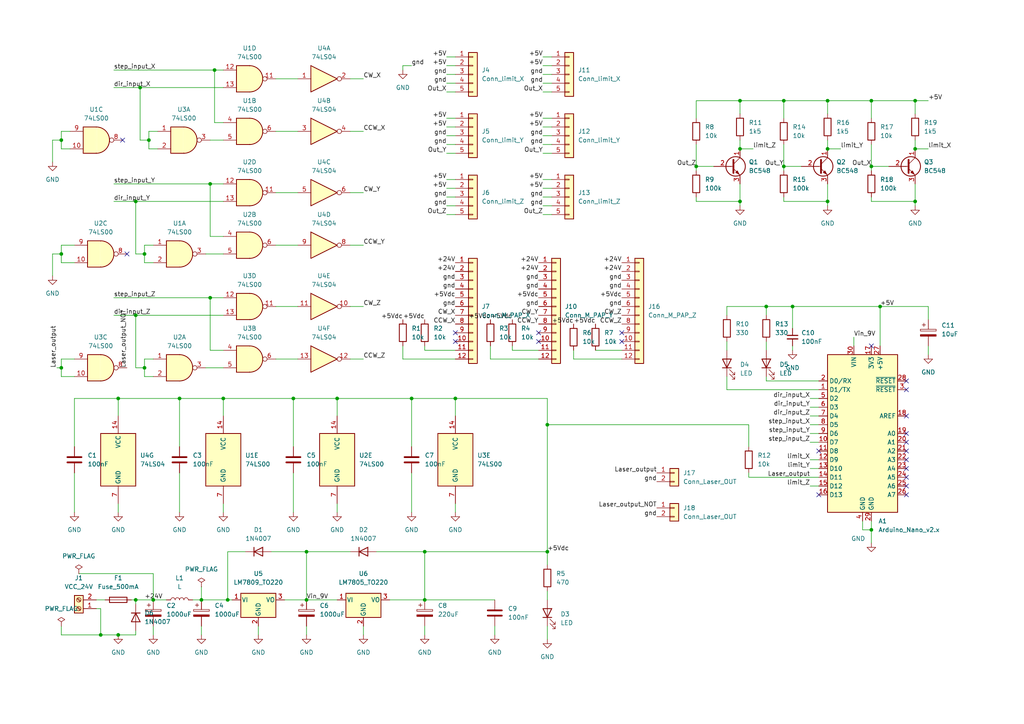
<source format=kicad_sch>
(kicad_sch (version 20211123) (generator eeschema)
  (paper "A4")
  (junction (at 119.38 115.57))
  (junction (at 60.96 53.34))
  (junction (at 88.9 173.99))
  (junction (at 97.79 115.57))
  (junction (at 240.03 58.42))
  (junction (at 62.23 20.32))
  (junction (at 265.43 58.42))
  (junction (at 229.87 88.9))
  (junction (at 265.43 43.18))
  (junction (at 43.18 40.64))
  (junction (at 214.63 29.21))
  (junction (at 17.78 73.66))
  (junction (at 158.75 123.19))
  (junction (at 34.29 184.15))
  (junction (at 265.43 29.21))
  (junction (at 64.77 115.57))
  (junction (at 39.37 58.42))
  (junction (at 29.21 184.15))
  (junction (at 255.27 88.9))
  (junction (at 240.03 29.21))
  (junction (at 41.91 73.66))
  (junction (at 17.78 40.64))
  (junction (at 123.19 160.02))
  (junction (at 17.78 106.68))
  (junction (at 201.93 48.26))
  (junction (at 252.73 48.26))
  (junction (at 52.07 115.57))
  (junction (at 60.96 86.36))
  (junction (at 44.45 173.99))
  (junction (at 41.91 106.68))
  (junction (at 88.9 160.02))
  (junction (at 252.73 29.21))
  (junction (at 58.42 173.99))
  (junction (at 214.63 43.18))
  (junction (at 34.29 115.57))
  (junction (at 132.08 115.57))
  (junction (at 158.75 160.02))
  (junction (at 66.04 173.99))
  (junction (at 214.63 58.42))
  (junction (at 240.03 43.18))
  (junction (at 123.19 173.99))
  (junction (at 85.09 115.57))
  (junction (at 252.73 153.67))
  (junction (at 222.25 88.9))
  (junction (at 227.33 29.21))
  (junction (at 40.64 25.4))
  (junction (at 39.37 173.99))
  (junction (at 227.33 48.26))
  (junction (at 39.37 91.44))
  (no_connect (at 36.83 73.66))
  (no_connect (at 35.56 40.64))
  (no_connect (at 262.89 143.51))
  (no_connect (at 262.89 140.97))
  (no_connect (at 262.89 138.43))
  (no_connect (at 262.89 135.89))
  (no_connect (at 262.89 133.35))
  (no_connect (at 262.89 130.81))
  (no_connect (at 262.89 128.27))
  (no_connect (at 262.89 125.73))
  (no_connect (at 156.21 99.06))
  (no_connect (at 156.21 96.52))
  (no_connect (at 180.34 99.06))
  (no_connect (at 180.34 96.52))
  (no_connect (at 132.08 96.52))
  (no_connect (at 132.08 99.06))
  (no_connect (at 262.89 113.03))
  (no_connect (at 262.89 110.49))
  (no_connect (at 262.89 120.65))
  (no_connect (at 252.73 100.33))
  (no_connect (at 237.49 130.81))
  (no_connect (at 237.49 143.51))
  (wire (pts (xy 227.33 57.15) (xy 227.33 58.42)))
  (wire (pts (xy 58.42 173.99) (xy 66.04 173.99)))
  (wire (pts (xy 123.19 181.61) (xy 123.19 184.15)))
  (wire (pts (xy 80.01 38.1) (xy 86.36 38.1)))
  (wire (pts (xy 60.96 53.34) (xy 60.96 68.58)))
  (wire (pts (xy 250.19 151.13) (xy 250.19 153.67)))
  (wire (pts (xy 222.25 110.49) (xy 237.49 110.49)))
  (wire (pts (xy 39.37 182.88) (xy 39.37 184.15)))
  (wire (pts (xy 222.25 88.9) (xy 210.82 88.9)))
  (wire (pts (xy 157.48 41.91) (xy 160.02 41.91)))
  (wire (pts (xy 132.08 104.14) (xy 116.84 104.14)))
  (wire (pts (xy 129.54 54.61) (xy 132.08 54.61)))
  (wire (pts (xy 59.69 73.66) (xy 64.77 73.66)))
  (wire (pts (xy 85.09 115.57) (xy 85.09 129.54)))
  (wire (pts (xy 20.32 43.18) (xy 17.78 43.18)))
  (wire (pts (xy 214.63 29.21) (xy 201.93 29.21)))
  (wire (pts (xy 132.08 146.05) (xy 132.08 148.59)))
  (wire (pts (xy 234.95 135.89) (xy 237.49 135.89)))
  (wire (pts (xy 252.73 153.67) (xy 252.73 157.48)))
  (wire (pts (xy 158.75 163.83) (xy 158.75 160.02)))
  (wire (pts (xy 29.21 184.15) (xy 34.29 184.15)))
  (wire (pts (xy 34.29 115.57) (xy 34.29 120.65)))
  (wire (pts (xy 17.78 181.61) (xy 17.78 184.15)))
  (wire (pts (xy 55.88 173.99) (xy 58.42 173.99)))
  (wire (pts (xy 214.63 40.64) (xy 214.63 43.18)))
  (wire (pts (xy 201.93 41.91) (xy 201.93 48.26)))
  (wire (pts (xy 227.33 48.26) (xy 232.41 48.26)))
  (wire (pts (xy 64.77 115.57) (xy 64.77 120.65)))
  (wire (pts (xy 265.43 58.42) (xy 265.43 59.69)))
  (wire (pts (xy 214.63 43.18) (xy 218.44 43.18)))
  (wire (pts (xy 252.73 29.21) (xy 252.73 34.29)))
  (wire (pts (xy 64.77 25.4) (xy 40.64 25.4)))
  (wire (pts (xy 39.37 91.44) (xy 39.37 106.68)))
  (wire (pts (xy 85.09 137.16) (xy 85.09 148.59)))
  (wire (pts (xy 58.42 170.18) (xy 58.42 173.99)))
  (wire (pts (xy 129.54 36.83) (xy 132.08 36.83)))
  (wire (pts (xy 157.48 39.37) (xy 160.02 39.37)))
  (wire (pts (xy 41.91 109.22) (xy 41.91 106.68)))
  (wire (pts (xy 85.09 115.57) (xy 97.79 115.57)))
  (wire (pts (xy 265.43 40.64) (xy 265.43 43.18)))
  (wire (pts (xy 229.87 88.9) (xy 222.25 88.9)))
  (wire (pts (xy 97.79 146.05) (xy 97.79 148.59)))
  (wire (pts (xy 43.18 43.18) (xy 43.18 40.64)))
  (wire (pts (xy 17.78 73.66) (xy 17.78 76.2)))
  (wire (pts (xy 43.18 40.64) (xy 43.18 38.1)))
  (wire (pts (xy 157.48 26.67) (xy 160.02 26.67)))
  (wire (pts (xy 129.54 26.67) (xy 132.08 26.67)))
  (wire (pts (xy 21.59 115.57) (xy 34.29 115.57)))
  (wire (pts (xy 252.73 41.91) (xy 252.73 48.26)))
  (wire (pts (xy 240.03 58.42) (xy 240.03 59.69)))
  (wire (pts (xy 157.48 21.59) (xy 160.02 21.59)))
  (wire (pts (xy 44.45 173.99) (xy 48.26 173.99)))
  (wire (pts (xy 101.6 88.9) (xy 105.41 88.9)))
  (wire (pts (xy 247.65 97.79) (xy 247.65 100.33)))
  (wire (pts (xy 39.37 173.99) (xy 39.37 175.26)))
  (wire (pts (xy 129.54 62.23) (xy 132.08 62.23)))
  (wire (pts (xy 201.93 57.15) (xy 201.93 58.42)))
  (wire (pts (xy 74.93 181.61) (xy 74.93 184.15)))
  (wire (pts (xy 64.77 58.42) (xy 39.37 58.42)))
  (wire (pts (xy 250.19 153.67) (xy 252.73 153.67)))
  (wire (pts (xy 234.95 120.65) (xy 237.49 120.65)))
  (wire (pts (xy 129.54 57.15) (xy 132.08 57.15)))
  (wire (pts (xy 157.48 16.51) (xy 160.02 16.51)))
  (wire (pts (xy 132.08 115.57) (xy 132.08 120.65)))
  (wire (pts (xy 252.73 58.42) (xy 265.43 58.42)))
  (wire (pts (xy 101.6 71.12) (xy 105.41 71.12)))
  (wire (pts (xy 129.54 21.59) (xy 132.08 21.59)))
  (wire (pts (xy 172.72 101.6) (xy 180.34 101.6)))
  (wire (pts (xy 240.03 29.21) (xy 227.33 29.21)))
  (wire (pts (xy 15.24 73.66) (xy 17.78 73.66)))
  (wire (pts (xy 217.17 138.43) (xy 237.49 138.43)))
  (wire (pts (xy 234.95 128.27) (xy 237.49 128.27)))
  (wire (pts (xy 17.78 106.68) (xy 17.78 109.22)))
  (wire (pts (xy 227.33 58.42) (xy 240.03 58.42)))
  (wire (pts (xy 60.96 40.64) (xy 64.77 40.64)))
  (wire (pts (xy 217.17 123.19) (xy 158.75 123.19)))
  (wire (pts (xy 88.9 173.99) (xy 97.79 173.99)))
  (wire (pts (xy 222.25 88.9) (xy 222.25 91.44)))
  (wire (pts (xy 269.24 88.9) (xy 255.27 88.9)))
  (wire (pts (xy 142.24 104.14) (xy 156.21 104.14)))
  (wire (pts (xy 180.34 104.14) (xy 166.37 104.14)))
  (wire (pts (xy 222.25 109.22) (xy 222.25 110.49)))
  (wire (pts (xy 129.54 44.45) (xy 132.08 44.45)))
  (wire (pts (xy 129.54 24.13) (xy 132.08 24.13)))
  (wire (pts (xy 129.54 39.37) (xy 132.08 39.37)))
  (wire (pts (xy 148.59 101.6) (xy 156.21 101.6)))
  (wire (pts (xy 41.91 73.66) (xy 41.91 71.12)))
  (wire (pts (xy 201.93 48.26) (xy 207.01 48.26)))
  (wire (pts (xy 269.24 92.71) (xy 269.24 88.9)))
  (wire (pts (xy 158.75 181.61) (xy 158.75 185.42)))
  (wire (pts (xy 252.73 151.13) (xy 252.73 153.67)))
  (wire (pts (xy 44.45 109.22) (xy 41.91 109.22)))
  (wire (pts (xy 116.84 19.05) (xy 116.84 20.32)))
  (wire (pts (xy 123.19 100.33) (xy 123.19 101.6)))
  (wire (pts (xy 39.37 106.68) (xy 41.91 106.68)))
  (wire (pts (xy 222.25 99.06) (xy 222.25 101.6)))
  (wire (pts (xy 21.59 71.12) (xy 17.78 71.12)))
  (wire (pts (xy 17.78 104.14) (xy 21.59 104.14)))
  (wire (pts (xy 64.77 35.56) (xy 62.23 35.56)))
  (wire (pts (xy 214.63 58.42) (xy 214.63 59.69)))
  (wire (pts (xy 41.91 104.14) (xy 41.91 106.68)))
  (wire (pts (xy 210.82 113.03) (xy 210.82 109.22)))
  (wire (pts (xy 27.94 176.53) (xy 29.21 176.53)))
  (wire (pts (xy 129.54 34.29) (xy 132.08 34.29)))
  (wire (pts (xy 80.01 104.14) (xy 86.36 104.14)))
  (wire (pts (xy 252.73 48.26) (xy 252.73 49.53)))
  (wire (pts (xy 129.54 16.51) (xy 132.08 16.51)))
  (wire (pts (xy 64.77 115.57) (xy 85.09 115.57)))
  (wire (pts (xy 66.04 160.02) (xy 66.04 173.99)))
  (wire (pts (xy 166.37 104.14) (xy 166.37 101.6)))
  (wire (pts (xy 252.73 57.15) (xy 252.73 58.42)))
  (wire (pts (xy 252.73 48.26) (xy 257.81 48.26)))
  (wire (pts (xy 62.23 20.32) (xy 64.77 20.32)))
  (wire (pts (xy 17.78 38.1) (xy 20.32 38.1)))
  (wire (pts (xy 157.48 54.61) (xy 160.02 54.61)))
  (wire (pts (xy 210.82 99.06) (xy 210.82 101.6)))
  (wire (pts (xy 16.51 106.68) (xy 17.78 106.68)))
  (wire (pts (xy 113.03 173.99) (xy 123.19 173.99)))
  (wire (pts (xy 116.84 104.14) (xy 116.84 100.33)))
  (wire (pts (xy 143.51 181.61) (xy 143.51 184.15)))
  (wire (pts (xy 227.33 29.21) (xy 227.33 34.29)))
  (wire (pts (xy 15.24 80.01) (xy 15.24 73.66)))
  (wire (pts (xy 52.07 115.57) (xy 52.07 129.54)))
  (wire (pts (xy 265.43 29.21) (xy 252.73 29.21)))
  (wire (pts (xy 44.45 166.37) (xy 44.45 173.99)))
  (wire (pts (xy 157.48 59.69) (xy 160.02 59.69)))
  (wire (pts (xy 97.79 115.57) (xy 97.79 120.65)))
  (wire (pts (xy 101.6 55.88) (xy 105.41 55.88)))
  (wire (pts (xy 58.42 181.61) (xy 58.42 184.15)))
  (wire (pts (xy 21.59 109.22) (xy 17.78 109.22)))
  (wire (pts (xy 64.77 86.36) (xy 60.96 86.36)))
  (wire (pts (xy 158.75 123.19) (xy 158.75 160.02)))
  (wire (pts (xy 15.24 40.64) (xy 17.78 40.64)))
  (wire (pts (xy 39.37 73.66) (xy 41.91 73.66)))
  (wire (pts (xy 227.33 29.21) (xy 214.63 29.21)))
  (wire (pts (xy 45.72 43.18) (xy 43.18 43.18)))
  (wire (pts (xy 34.29 146.05) (xy 34.29 148.59)))
  (wire (pts (xy 80.01 88.9) (xy 86.36 88.9)))
  (wire (pts (xy 101.6 104.14) (xy 105.41 104.14)))
  (wire (pts (xy 217.17 138.43) (xy 217.17 137.16)))
  (wire (pts (xy 33.02 86.36) (xy 60.96 86.36)))
  (wire (pts (xy 132.08 115.57) (xy 158.75 115.57)))
  (wire (pts (xy 234.95 125.73) (xy 237.49 125.73)))
  (wire (pts (xy 142.24 100.33) (xy 142.24 104.14)))
  (wire (pts (xy 105.41 181.61) (xy 105.41 184.15)))
  (wire (pts (xy 17.78 76.2) (xy 21.59 76.2)))
  (wire (pts (xy 123.19 101.6) (xy 132.08 101.6)))
  (wire (pts (xy 201.93 29.21) (xy 201.93 34.29)))
  (wire (pts (xy 119.38 137.16) (xy 119.38 148.59)))
  (wire (pts (xy 255.27 100.33) (xy 255.27 88.9)))
  (wire (pts (xy 64.77 146.05) (xy 64.77 148.59)))
  (wire (pts (xy 265.43 43.18) (xy 269.24 43.18)))
  (wire (pts (xy 33.02 53.34) (xy 60.96 53.34)))
  (wire (pts (xy 17.78 71.12) (xy 17.78 73.66)))
  (wire (pts (xy 210.82 88.9) (xy 210.82 91.44)))
  (wire (pts (xy 60.96 68.58) (xy 64.77 68.58)))
  (wire (pts (xy 240.03 43.18) (xy 243.84 43.18)))
  (wire (pts (xy 60.96 101.6) (xy 64.77 101.6)))
  (wire (pts (xy 269.24 100.33) (xy 269.24 102.87)))
  (wire (pts (xy 80.01 22.86) (xy 86.36 22.86)))
  (wire (pts (xy 44.45 104.14) (xy 41.91 104.14)))
  (wire (pts (xy 17.78 184.15) (xy 29.21 184.15)))
  (wire (pts (xy 158.75 115.57) (xy 158.75 123.19)))
  (wire (pts (xy 157.48 34.29) (xy 160.02 34.29)))
  (wire (pts (xy 33.02 91.44) (xy 39.37 91.44)))
  (wire (pts (xy 237.49 113.03) (xy 210.82 113.03)))
  (wire (pts (xy 39.37 184.15) (xy 34.29 184.15)))
  (wire (pts (xy 240.03 53.34) (xy 240.03 58.42)))
  (wire (pts (xy 255.27 88.9) (xy 229.87 88.9)))
  (wire (pts (xy 44.45 181.61) (xy 44.45 184.15)))
  (wire (pts (xy 22.86 166.37) (xy 44.45 166.37)))
  (wire (pts (xy 66.04 173.99) (xy 67.31 173.99)))
  (wire (pts (xy 214.63 29.21) (xy 214.63 33.02)))
  (wire (pts (xy 17.78 43.18) (xy 17.78 40.64)))
  (wire (pts (xy 265.43 53.34) (xy 265.43 58.42)))
  (wire (pts (xy 29.21 176.53) (xy 29.21 184.15)))
  (wire (pts (xy 64.77 91.44) (xy 39.37 91.44)))
  (wire (pts (xy 129.54 19.05) (xy 132.08 19.05)))
  (wire (pts (xy 119.38 129.54) (xy 119.38 115.57)))
  (wire (pts (xy 234.95 140.97) (xy 237.49 140.97)))
  (wire (pts (xy 123.19 160.02) (xy 123.19 173.99)))
  (wire (pts (xy 201.93 48.26) (xy 201.93 49.53)))
  (wire (pts (xy 33.02 58.42) (xy 39.37 58.42)))
  (wire (pts (xy 52.07 115.57) (xy 64.77 115.57)))
  (wire (pts (xy 80.01 71.12) (xy 86.36 71.12)))
  (wire (pts (xy 97.79 115.57) (xy 119.38 115.57)))
  (wire (pts (xy 129.54 59.69) (xy 132.08 59.69)))
  (wire (pts (xy 40.64 40.64) (xy 43.18 40.64)))
  (wire (pts (xy 39.37 173.99) (xy 44.45 173.99)))
  (wire (pts (xy 88.9 181.61) (xy 88.9 184.15)))
  (wire (pts (xy 17.78 40.64) (xy 17.78 38.1)))
  (wire (pts (xy 129.54 41.91) (xy 132.08 41.91)))
  (wire (pts (xy 201.93 58.42) (xy 214.63 58.42)))
  (wire (pts (xy 129.54 52.07) (xy 132.08 52.07)))
  (wire (pts (xy 52.07 137.16) (xy 52.07 148.59)))
  (wire (pts (xy 265.43 33.02) (xy 265.43 29.21)))
  (wire (pts (xy 158.75 160.02) (xy 123.19 160.02)))
  (wire (pts (xy 41.91 76.2) (xy 41.91 73.66)))
  (wire (pts (xy 34.29 115.57) (xy 52.07 115.57)))
  (wire (pts (xy 157.48 19.05) (xy 160.02 19.05)))
  (wire (pts (xy 109.22 160.02) (xy 123.19 160.02)))
  (wire (pts (xy 157.48 24.13) (xy 160.02 24.13)))
  (wire (pts (xy 101.6 38.1) (xy 105.41 38.1)))
  (wire (pts (xy 101.6 160.02) (xy 88.9 160.02)))
  (wire (pts (xy 234.95 115.57) (xy 237.49 115.57)))
  (wire (pts (xy 119.38 115.57) (xy 132.08 115.57)))
  (wire (pts (xy 59.69 106.68) (xy 64.77 106.68)))
  (wire (pts (xy 229.87 100.33) (xy 229.87 101.6)))
  (wire (pts (xy 17.78 104.14) (xy 17.78 106.68)))
  (wire (pts (xy 60.96 86.36) (xy 60.96 101.6)))
  (wire (pts (xy 217.17 129.54) (xy 217.17 123.19)))
  (wire (pts (xy 148.59 101.6) (xy 148.59 100.33)))
  (wire (pts (xy 227.33 48.26) (xy 227.33 49.53)))
  (wire (pts (xy 33.02 25.4) (xy 40.64 25.4)))
  (wire (pts (xy 234.95 118.11) (xy 237.49 118.11)))
  (wire (pts (xy 21.59 137.16) (xy 21.59 148.59)))
  (wire (pts (xy 21.59 129.54) (xy 21.59 115.57)))
  (wire (pts (xy 123.19 173.99) (xy 143.51 173.99)))
  (wire (pts (xy 265.43 29.21) (xy 269.24 29.21)))
  (wire (pts (xy 39.37 58.42) (xy 39.37 73.66)))
  (wire (pts (xy 227.33 41.91) (xy 227.33 48.26)))
  (wire (pts (xy 158.75 171.45) (xy 158.75 173.99)))
  (wire (pts (xy 252.73 29.21) (xy 240.03 29.21)))
  (wire (pts (xy 101.6 22.86) (xy 105.41 22.86)))
  (wire (pts (xy 240.03 29.21) (xy 240.03 33.02)))
  (wire (pts (xy 240.03 40.64) (xy 240.03 43.18)))
  (wire (pts (xy 64.77 53.34) (xy 60.96 53.34)))
  (wire (pts (xy 88.9 160.02) (xy 88.9 173.99)))
  (wire (pts (xy 157.48 62.23) (xy 160.02 62.23)))
  (wire (pts (xy 234.95 123.19) (xy 237.49 123.19)))
  (wire (pts (xy 234.95 133.35) (xy 237.49 133.35)))
  (wire (pts (xy 214.63 53.34) (xy 214.63 58.42)))
  (wire (pts (xy 33.02 20.32) (xy 62.23 20.32)))
  (wire (pts (xy 157.48 44.45) (xy 160.02 44.45)))
  (wire (pts (xy 119.38 19.05) (xy 116.84 19.05)))
  (wire (pts (xy 43.18 38.1) (xy 45.72 38.1)))
  (wire (pts (xy 40.64 25.4) (xy 40.64 40.64)))
  (wire (pts (xy 41.91 71.12) (xy 44.45 71.12)))
  (wire (pts (xy 62.23 35.56) (xy 62.23 20.32)))
  (wire (pts (xy 78.74 160.02) (xy 88.9 160.02)))
  (wire (pts (xy 38.1 173.99) (xy 39.37 173.99)))
  (wire (pts (xy 82.55 173.99) (xy 88.9 173.99)))
  (wire (pts (xy 229.87 88.9) (xy 229.87 95.25)))
  (wire (pts (xy 15.24 40.64) (xy 15.24 46.99)))
  (wire (pts (xy 157.48 52.07) (xy 160.02 52.07)))
  (wire (pts (xy 27.94 173.99) (xy 30.48 173.99)))
  (wire (pts (xy 71.12 160.02) (xy 66.04 160.02)))
  (wire (pts (xy 157.48 36.83) (xy 160.02 36.83)))
  (wire (pts (xy 157.48 57.15) (xy 160.02 57.15)))
  (wire (pts (xy 44.45 76.2) (xy 41.91 76.2)))
  (wire (pts (xy 80.01 55.88) (xy 86.36 55.88)))
  (label "+24V" (at 41.91 173.99 0))
  (label "gnd" (at 156.21 81.28 180))
  (label "gnd" (at 157.48 41.91 180))
  (label "Out_X" (at 129.54 26.67 180))
  (label "gnd" (at 129.54 59.69 180))
  (label "+5V" (at 255.27 88.9 0))
  (label "+5Vdc" (at 132.08 86.36 180))
  (label "Laser_output_NOT" (at 190.5 147.32 180))
  (label "Laser_output" (at 16.51 106.68 90))
  (label "Laser_output_NOT" (at 36.83 106.68 90))
  (label "Out_Z" (at 201.93 48.26 180))
  (label "CW_X" (at 132.08 91.44 180))
  (label "gnd" (at 129.54 41.91 180))
  (label "+5V" (at 157.48 54.61 180))
  (label "gnd" (at 157.48 21.59 180))
  (label "limit_Y" (at 243.84 43.18 0))
  (label "gnd" (at 180.34 88.9 180))
  (label "+24V" (at 180.34 78.74 180))
  (label "+5V" (at 157.48 16.51 180))
  (label "gnd" (at 157.48 39.37 180))
  (label "+5Vdc" (at 166.37 93.98 180))
  (label "+24V" (at 132.08 76.2 180))
  (label "+5Vdc" (at 123.19 92.71 180))
  (label "Vin_9V" (at 88.9 173.99 0))
  (label "+5V" (at 129.54 16.51 180))
  (label "Out_Z" (at 157.48 62.23 180))
  (label "dir_input_X" (at 33.02 25.4 0))
  (label "+5V" (at 157.48 36.83 180))
  (label "gnd" (at 190.5 149.86 180))
  (label "+5Vdc" (at 142.24 92.71 180))
  (label "+5V" (at 129.54 54.61 180))
  (label "gnd" (at 157.48 57.15 180))
  (label "CW_Y" (at 105.41 55.88 0))
  (label "CCW_X" (at 132.08 93.98 180))
  (label "Out_Y" (at 157.48 44.45 180))
  (label "gnd" (at 119.38 19.05 0))
  (label "gnd" (at 129.54 57.15 180))
  (label "step_input_Z" (at 234.95 128.27 180))
  (label "+5Vdc" (at 116.84 92.71 180))
  (label "CCW_Y" (at 156.21 93.98 180))
  (label "step_input_X" (at 33.02 20.32 0))
  (label "step_input_Y" (at 33.02 53.34 0))
  (label "Vin_9V" (at 247.65 97.79 0))
  (label "+5V" (at 157.48 52.07 180))
  (label "CW_Z" (at 105.41 88.9 0))
  (label "+24V" (at 132.08 78.74 180))
  (label "+5V" (at 129.54 52.07 180))
  (label "+5Vdc" (at 156.21 86.36 180))
  (label "+5Vdc" (at 158.75 160.02 0))
  (label "CCW_X" (at 105.41 38.1 0))
  (label "+5V" (at 129.54 19.05 180))
  (label "dir_input_Y" (at 234.95 118.11 180))
  (label "Laser_output" (at 234.95 138.43 180))
  (label "CW_X" (at 105.41 22.86 0))
  (label "gnd" (at 132.08 83.82 180))
  (label "gnd" (at 129.54 24.13 180))
  (label "dir_input_Z" (at 234.95 120.65 180))
  (label "dir_input_X" (at 234.95 115.57 180))
  (label "+5V" (at 129.54 34.29 180))
  (label "dir_input_Y" (at 33.02 58.42 0))
  (label "limit_Z" (at 218.44 43.18 0))
  (label "dir_input_Z" (at 33.02 91.44 0))
  (label "limit_X" (at 234.95 133.35 180))
  (label "gnd" (at 157.48 24.13 180))
  (label "+5Vdc" (at 172.72 93.98 180))
  (label "step_input_X" (at 234.95 123.19 180))
  (label "CCW_Z" (at 180.34 93.98 180))
  (label "limit_Z" (at 234.95 140.97 180))
  (label "gnd" (at 156.21 83.82 180))
  (label "limit_X" (at 269.24 43.18 0))
  (label "step_input_Y" (at 234.95 125.73 180))
  (label "Out_Y" (at 227.33 48.26 180))
  (label "+5V" (at 157.48 19.05 180))
  (label "+24V" (at 180.34 76.2 180))
  (label "CW_Y" (at 156.21 91.44 180))
  (label "Out_X" (at 157.48 26.67 180))
  (label "gnd" (at 132.08 88.9 180))
  (label "+5Vdc" (at 148.59 92.71 180))
  (label "Out_Z" (at 129.54 62.23 180))
  (label "+24V" (at 156.21 78.74 180))
  (label "gnd" (at 180.34 83.82 180))
  (label "gnd" (at 129.54 39.37 180))
  (label "+5V" (at 129.54 36.83 180))
  (label "+5V" (at 269.24 29.21 0))
  (label "gnd" (at 156.21 88.9 180))
  (label "Laser_output" (at 190.5 137.16 180))
  (label "Out_Y" (at 129.54 44.45 180))
  (label "gnd" (at 190.5 139.7 180))
  (label "step_input_Z" (at 33.02 86.36 0))
  (label "gnd" (at 129.54 21.59 180))
  (label "CCW_Z" (at 105.41 104.14 0))
  (label "limit_Y" (at 234.95 135.89 180))
  (label "gnd" (at 157.48 59.69 180))
  (label "+5V" (at 157.48 34.29 180))
  (label "gnd" (at 180.34 81.28 180))
  (label "gnd" (at 132.08 81.28 180))
  (label "CW_Z" (at 180.34 91.44 180))
  (label "CCW_Y" (at 105.41 71.12 0))
  (label "+24V" (at 156.21 76.2 180))
  (label "+5Vdc" (at 180.34 86.36 180))
  (label "Out_X" (at 252.73 48.26 180))
  (symbol (lib_id "Connector_Generic:Conn_01x05") (at 165.1 57.15 0) (unit 1)
    (property "Reference" "J13" (at 167.64 55.8799 0) (effects (justify left)))
    (property "Value" "Conn_limit_Z" (at 167.64 58.4199 0) (effects (justify left)))
    (property "Footprint" "Connector_Molex:Molex_SL_171971-0005_1x05_P2.54mm_Vertical" (effects hide))
  )
  (symbol (lib_id "power:GND") (at 85.09 148.59 0) (unit 1)
    (property "Reference" "#PWR0111" (effects hide))
    (property "Value" "GND" (at 85.09 153.67 0))
  )
  (symbol (lib_id "Device:C") (at 52.07 133.35 0) (unit 1)
    (property "Reference" "C3" (at 55.88 132.0799 0) (effects (justify left)))
    (property "Value" "100nF" (at 55.88 134.6199 0) (effects (justify left)))
    (property "Footprint" "Capacitor_THT:C_Disc_D4.7mm_W2.5mm_P5.00mm" (effects hide))
  )
  (symbol (lib_id "Connector_Generic:Conn_01x02") (at 195.58 137.16 0) (unit 1)
    (property "Reference" "J17" (at 198.12 137.1599 0) (effects (justify left)))
    (property "Value" "Conn_Laser_OUT" (at 198.12 139.6999 0) (effects (justify left)))
    (property "Footprint" "Connector_JST:JST_EH_B2B-EH-A_1x02_P2.50mm_Vertical" (effects hide))
  )
  (symbol (lib_id "Connector_Generic:Conn_01x05") (at 137.16 57.15 0) (unit 1)
    (property "Reference" "J6" (at 139.7 55.8799 0) (effects (justify left)))
    (property "Value" "Conn_limit_Z" (at 139.7 58.4199 0) (effects (justify left)))
    (property "Footprint" "Connector_Molex:Molex_SL_171971-0005_1x05_P2.54mm_Vertical" (effects hide))
  )
  (symbol (lib_id "74xx:74LS00") (at 53.34 40.64 0) (unit 1)
    (property "Reference" "U3" (at 53.34 31.75 0))
    (property "Value" "74LS00" (at 53.34 34.29 0))
    (property "Footprint" "Package_DIP:DIP-14_W7.62mm_LongPads" (effects hide))
    (property "Datasheet" "http://www.ti.com/lit/gpn/sn74ls00" (effects hide))
  )
  (symbol (lib_id "Device:R") (at 166.37 97.79 0) (unit 1)
    (property "Reference" "R6" (at 168.91 96.5199 0) (effects (justify left)))
    (property "Value" "10k" (at 168.91 99.0599 0) (effects (justify left)))
    (property "Footprint" "Resistor_THT:R_Axial_DIN0207_L6.3mm_D2.5mm_P10.16mm_Horizontal" (effects hide))
  )
  (symbol (lib_id "Connector_Generic:Conn_01x05") (at 137.16 39.37 0) (unit 1)
    (property "Reference" "J5" (at 139.7 38.0999 0) (effects (justify left)))
    (property "Value" "Conn_limit_Y" (at 139.7 40.6399 0) (effects (justify left)))
    (property "Footprint" "Connector_Molex:Molex_SL_171971-0005_1x05_P2.54mm_Vertical" (effects hide))
  )
  (symbol (lib_id "Device:LED") (at 158.75 177.8 90) (unit 1)
    (property "Reference" "D3" (at 162.56 178.1174 90) (effects (justify right)))
    (property "Value" "LED" (at 162.56 180.6574 90) (effects (justify right)))
    (property "Footprint" "LED_THT:LED_D5.0mm" (effects hide))
  )
  (symbol (lib_id "Transistor_BJT:BC548") (at 237.49 48.26 0) (unit 1)
    (property "Reference" "Q2" (at 242.57 46.9899 0) (effects (justify left)))
    (property "Value" "BC548" (at 242.57 49.5299 0) (effects (justify left)))
    (property "Footprint" "Package_TO_SOT_THT:TO-92_Inline" (effects hide))
    (property "Datasheet" "https://www.onsemi.com/pub/Collateral/BC550-D.pdf" (effects hide))
  )
  (symbol (lib_id "Device:C") (at 143.51 177.8 0) (unit 1)
    (property "Reference" "C9" (at 147.32 176.5299 0) (effects (justify left)))
    (property "Value" "100nF" (at 147.32 179.0699 0) (effects (justify left)))
    (property "Footprint" "Capacitor_THT:C_Disc_D4.7mm_W2.5mm_P5.00mm" (effects hide))
  )
  (symbol (lib_id "Device:L") (at 52.07 173.99 90) (unit 1)
    (property "Reference" "L1" (at 52.07 167.64 90))
    (property "Value" "L" (at 52.07 170.18 90))
    (property "Footprint" "Inductor_THT:L_Radial_D6.0mm_P4.00mm" (effects hide))
  )
  (symbol (lib_id "Transistor_BJT:BC548") (at 212.09 48.26 0) (unit 1)
    (property "Reference" "Q1" (at 217.17 46.9899 0) (effects (justify left)))
    (property "Value" "BC548" (at 217.17 49.5299 0) (effects (justify left)))
    (property "Footprint" "Package_TO_SOT_THT:TO-92_Inline" (effects hide))
    (property "Datasheet" "https://www.onsemi.com/pub/Collateral/BC550-D.pdf" (effects hide))
  )
  (symbol (lib_id "power:PWR_FLAG") (at 17.78 181.61 0) (unit 1)
    (property "Reference" "#FLG0102" (effects hide))
    (property "Value" "PWR_FLAG" (at 17.78 176.53 0))
  )
  (symbol (lib_id "Device:C_Polarized") (at 58.42 177.8 0) (unit 1)
    (property "Reference" "C4" (at 62.23 175.6409 0) (effects (justify left)))
    (property "Value" "1000uF" (at 62.23 178.1809 0) (effects (justify left)))
    (property "Footprint" "Capacitor_THT:CP_Radial_D13.0mm_P5.00mm" (effects hide))
  )
  (symbol (lib_id "power:GND") (at 252.73 157.48 0) (unit 1)
    (property "Reference" "#PWR0103" (effects hide))
    (property "Value" "GND" (at 248.92 156.21 0))
  )
  (symbol (lib_id "power:GND") (at 58.42 184.15 0) (unit 1)
    (property "Reference" "#PWR0115" (effects hide))
    (property "Value" "GND" (at 58.42 189.23 0))
  )
  (symbol (lib_id "MCU_Module:Arduino_Nano_v2.x") (at 250.19 125.73 0) (unit 1)
    (property "Reference" "A1" (at 254.7494 151.13 0) (effects (justify left)))
    (property "Value" "Arduino_Nano_v2.x" (at 254.7494 153.67 0) (effects (justify left)))
    (property "Footprint" "Module:Arduino_Nano" (effects hide))
    (property "Datasheet" "https://www.arduino.cc/en/uploads/Main/ArduinoNanoManual23.pdf" (effects hide))
  )
  (symbol (lib_id "Connector_Generic:Conn_01x05") (at 165.1 39.37 0) (unit 1)
    (property "Reference" "J12" (at 167.64 38.0999 0) (effects (justify left)))
    (property "Value" "Conn_limit_Y" (at 167.64 40.6399 0) (effects (justify left)))
    (property "Footprint" "Connector_Molex:Molex_SL_171971-0005_1x05_P2.54mm_Vertical" (effects hide))
  )
  (symbol (lib_id "Regulator_Linear:LM7809_TO220") (at 74.93 173.99 0) (unit 1)
    (property "Reference" "U5" (at 74.93 166.37 0))
    (property "Value" "LM7809_TO220" (at 74.93 168.91 0))
    (property "Footprint" "Package_TO_SOT_THT:TO-220-3_Vertical" (effects hide))
    (property "Datasheet" "https://www.onsemi.cn/PowerSolutions/document/MC7800-D.PDF" (effects hide))
  )
  (symbol (lib_id "power:GND") (at 34.29 148.59 0) (unit 1)
    (property "Reference" "#PWR0117" (effects hide))
    (property "Value" "GND" (at 34.29 153.67 0))
  )
  (symbol (lib_id "74xx:74LS00") (at 97.79 133.35 0) (unit 5)
    (property "Reference" "U2" (at 104.14 132.0799 0) (effects (justify left)))
    (property "Value" "74LS00" (at 104.14 134.6199 0) (effects (justify left)))
    (property "Footprint" "Package_DIP:DIP-14_W7.62mm_LongPads" (effects hide))
    (property "Datasheet" "http://www.ti.com/lit/gpn/sn74ls00" (effects hide))
  )
  (symbol (lib_id "power:PWR_FLAG") (at 58.42 170.18 0) (unit 1)
    (property "Reference" "#FLG0103" (effects hide))
    (property "Value" "PWR_FLAG" (at 58.42 165.1 0))
  )
  (symbol (lib_id "Transistor_BJT:BC548") (at 262.89 48.26 0) (unit 1)
    (property "Reference" "Q3" (at 267.97 46.9899 0) (effects (justify left)))
    (property "Value" "BC548" (at 267.97 49.5299 0) (effects (justify left)))
    (property "Footprint" "Package_TO_SOT_THT:TO-92_Inline" (effects hide))
    (property "Datasheet" "https://www.onsemi.com/pub/Collateral/BC550-D.pdf" (effects hide))
  )
  (symbol (lib_id "Device:C") (at 85.09 133.35 0) (unit 1)
    (property "Reference" "C5" (at 88.9 132.0799 0) (effects (justify left)))
    (property "Value" "100nF" (at 88.9 134.6199 0) (effects (justify left)))
    (property "Footprint" "Capacitor_THT:C_Disc_D4.7mm_W2.5mm_P5.00mm" (effects hide))
  )
  (symbol (lib_id "Device:R") (at 227.33 38.1 0) (unit 1)
    (property "Reference" "R14" (at 229.87 36.8299 0) (effects (justify left)))
    (property "Value" "10k" (at 229.87 39.3699 0) (effects (justify left)))
    (property "Footprint" "Resistor_THT:R_Axial_DIN0207_L6.3mm_D2.5mm_P10.16mm_Horizontal" (effects hide))
  )
  (symbol (lib_id "Device:LED") (at 222.25 105.41 90) (unit 1)
    (property "Reference" "D5" (at 226.06 105.7274 90) (effects (justify right)))
    (property "Value" "LED" (at 226.06 108.2674 90) (effects (justify right)))
    (property "Footprint" "LED_THT:LED_D5.0mm" (effects hide))
  )
  (symbol (lib_id "74xx:74LS04") (at 34.29 133.35 0) (unit 7)
    (property "Reference" "U4" (at 40.64 132.0799 0) (effects (justify left)))
    (property "Value" "74LS04" (at 40.64 134.6199 0) (effects (justify left)))
    (property "Footprint" "Package_DIP:DIP-14_W7.62mm_LongPads" (effects hide))
    (property "Datasheet" "http://www.ti.com/lit/gpn/sn74LS04" (effects hide))
  )
  (symbol (lib_id "74xx:74LS04") (at 93.98 104.14 0) (unit 6)
    (property "Reference" "U4" (at 93.98 95.25 0))
    (property "Value" "74LS04" (at 93.98 97.79 0))
    (property "Footprint" "Package_DIP:DIP-14_W7.62mm_LongPads" (effects hide))
    (property "Datasheet" "http://www.ti.com/lit/gpn/sn74LS04" (effects hide))
  )
  (symbol (lib_id "power:GND") (at 265.43 59.69 0) (unit 1)
    (property "Reference" "#PWR0106" (effects hide))
    (property "Value" "GND" (at 265.43 64.77 0))
  )
  (symbol (lib_id "Device:R") (at 217.17 133.35 0) (unit 1)
    (property "Reference" "R12" (at 219.71 132.0799 0) (effects (justify left)))
    (property "Value" "10k" (at 219.71 134.6199 0) (effects (justify left)))
    (property "Footprint" "Resistor_THT:R_Axial_DIN0207_L6.3mm_D2.5mm_P10.16mm_Horizontal" (effects hide))
  )
  (symbol (lib_id "Device:R") (at 172.72 97.79 0) (unit 1)
    (property "Reference" "R7" (at 175.26 96.5199 0) (effects (justify left)))
    (property "Value" "10k" (at 175.26 99.0599 0) (effects (justify left)))
    (property "Footprint" "Resistor_THT:R_Axial_DIN0207_L6.3mm_D2.5mm_P10.16mm_Horizontal" (effects hide))
  )
  (symbol (lib_id "power:GND") (at 123.19 184.15 0) (unit 1)
    (property "Reference" "#PWR0123" (effects hide))
    (property "Value" "GND" (at 123.19 189.23 0))
  )
  (symbol (lib_id "power:GND") (at 52.07 148.59 0) (unit 1)
    (property "Reference" "#PWR0118" (effects hide))
    (property "Value" "GND" (at 52.07 153.67 0))
  )
  (symbol (lib_id "Diode:1N4007") (at 39.37 179.07 270) (unit 1)
    (property "Reference" "D6" (at 41.91 177.7999 90) (effects (justify left)))
    (property "Value" "1N4007" (at 41.91 180.3399 90) (effects (justify left)))
    (property "Footprint" "Diode_THT:D_DO-41_SOD81_P10.16mm_Horizontal" (effects hide))
    (property "Datasheet" "http://www.vishay.com/docs/88503/1n4001.pdf" (effects hide))
  )
  (symbol (lib_id "Diode:1N4007") (at 105.41 160.02 0) (unit 1)
    (property "Reference" "D2" (at 105.41 153.67 0))
    (property "Value" "1N4007" (at 105.41 156.21 0))
    (property "Footprint" "Diode_THT:D_DO-41_SOD81_P10.16mm_Horizontal" (effects hide))
    (property "Datasheet" "http://www.vishay.com/docs/88503/1n4001.pdf" (effects hide))
  )
  (symbol (lib_id "74xx:74LS00") (at 52.07 106.68 0) (unit 1)
    (property "Reference" "U2" (at 52.07 97.79 0))
    (property "Value" "74LS00" (at 52.07 100.33 0))
    (property "Footprint" "Package_DIP:DIP-14_W7.62mm_LongPads" (effects hide))
    (property "Datasheet" "http://www.ti.com/lit/gpn/sn74ls00" (effects hide))
  )
  (symbol (lib_id "74xx:74LS00") (at 64.77 133.35 0) (unit 5)
    (property "Reference" "U1" (at 71.12 132.0799 0) (effects (justify left)))
    (property "Value" "74LS00" (at 71.12 134.6199 0) (effects (justify left)))
    (property "Footprint" "Package_DIP:DIP-14_W7.62mm_LongPads" (effects hide))
    (property "Datasheet" "http://www.ti.com/lit/gpn/sn74ls00" (effects hide))
  )
  (symbol (lib_id "Device:Fuse") (at 34.29 173.99 90) (unit 1)
    (property "Reference" "F1" (at 34.29 167.64 90))
    (property "Value" "Fuse_500mA" (at 34.29 170.18 90))
    (property "Footprint" "Fuse:Fuseholder_Cylinder-5x20mm_Stelvio-Kontek_PTF78_Horizontal_Open" (effects hide))
  )
  (symbol (lib_id "Device:C_Polarized") (at 123.19 177.8 0) (unit 1)
    (property "Reference" "C8" (at 127 175.6409 0) (effects (justify left)))
    (property "Value" "220uF" (at 127 178.1809 0) (effects (justify left)))
    (property "Footprint" "Capacitor_THT:CP_Radial_D10.0mm_P3.50mm" (effects hide))
  )
  (symbol (lib_id "power:GND") (at 229.87 101.6 0) (unit 1)
    (property "Reference" "#PWR0102" (effects hide))
    (property "Value" "GND" (at 229.87 106.68 0))
  )
  (symbol (lib_id "Device:C_Polarized") (at 88.9 177.8 0) (unit 1)
    (property "Reference" "C6" (at 92.71 175.6409 0) (effects (justify left)))
    (property "Value" "1000uF" (at 92.71 178.1809 0) (effects (justify left)))
    (property "Footprint" "Capacitor_THT:CP_Radial_D13.0mm_P5.00mm" (effects hide))
  )
  (symbol (lib_id "power:GND") (at 158.75 185.42 0) (unit 1)
    (property "Reference" "#PWR0124" (effects hide))
    (property "Value" "GND" (at 158.75 190.5 0))
  )
  (symbol (lib_id "Device:R") (at 116.84 96.52 0) (unit 1)
    (property "Reference" "R1" (at 119.38 95.2499 0) (effects (justify left)))
    (property "Value" "10k" (at 119.38 97.7899 0) (effects (justify left)))
    (property "Footprint" "Resistor_THT:R_Axial_DIN0207_L6.3mm_D2.5mm_P10.16mm_Horizontal" (effects hide))
  )
  (symbol (lib_id "power:GND") (at 116.84 20.32 0) (unit 1)
    (property "Reference" "#PWR0128" (effects hide))
    (property "Value" "GND" (at 116.84 25.4 0))
  )
  (symbol (lib_id "Regulator_Linear:LM7805_TO220") (at 105.41 173.99 0) (unit 1)
    (property "Reference" "U6" (at 105.41 166.37 0))
    (property "Value" "LM7805_TO220" (at 105.41 168.91 0))
    (property "Footprint" "Package_TO_SOT_THT:TO-220-3_Vertical" (effects hide))
    (property "Datasheet" "https://www.onsemi.cn/PowerSolutions/document/MC7800-D.PDF" (effects hide))
  )
  (symbol (lib_id "Connector_Generic:Conn_01x05") (at 137.16 21.59 0) (unit 1)
    (property "Reference" "J4" (at 139.7 20.3199 0) (effects (justify left)))
    (property "Value" "Conn_limit_X" (at 139.7 22.8599 0) (effects (justify left)))
    (property "Footprint" "Connector_Molex:Molex_SL_171971-0005_1x05_P2.54mm_Vertical" (effects hide))
  )
  (symbol (lib_id "74xx:74LS04") (at 93.98 88.9 0) (unit 5)
    (property "Reference" "U4" (at 93.98 80.01 0))
    (property "Value" "74LS04" (at 93.98 82.55 0))
    (property "Footprint" "Package_DIP:DIP-14_W7.62mm_LongPads" (effects hide))
    (property "Datasheet" "http://www.ti.com/lit/gpn/sn74LS04" (effects hide))
  )
  (symbol (lib_id "power:GND") (at 88.9 184.15 0) (unit 1)
    (property "Reference" "#PWR0126" (effects hide))
    (property "Value" "GND" (at 88.9 189.23 0))
  )
  (symbol (lib_id "Connector_Generic:Conn_01x05") (at 165.1 21.59 0) (unit 1)
    (property "Reference" "J11" (at 167.64 20.3199 0) (effects (justify left)))
    (property "Value" "Conn_limit_X" (at 167.64 22.8599 0) (effects (justify left)))
    (property "Footprint" "Connector_Molex:Molex_SL_171971-0005_1x05_P2.54mm_Vertical" (effects hide))
  )
  (symbol (lib_id "Device:R") (at 123.19 96.52 0) (unit 1)
    (property "Reference" "R2" (at 125.73 95.2499 0) (effects (justify left)))
    (property "Value" "10k" (at 125.73 97.7899 0) (effects (justify left)))
    (property "Footprint" "Resistor_THT:R_Axial_DIN0207_L6.3mm_D2.5mm_P10.16mm_Horizontal" (effects hide))
  )
  (symbol (lib_id "Device:R") (at 210.82 95.25 0) (unit 1)
    (property "Reference" "R10" (at 213.36 93.9799 0) (effects (justify left)))
    (property "Value" "330" (at 213.36 96.5199 0) (effects (justify left)))
    (property "Footprint" "Resistor_THT:R_Axial_DIN0207_L6.3mm_D2.5mm_P10.16mm_Horizontal" (effects hide))
  )
  (symbol (lib_id "74xx:74LS00") (at 72.39 22.86 0) (unit 4)
    (property "Reference" "U1" (at 72.39 13.97 0))
    (property "Value" "74LS00" (at 72.39 16.51 0))
    (property "Footprint" "Package_DIP:DIP-14_W7.62mm_LongPads" (effects hide))
    (property "Datasheet" "http://www.ti.com/lit/gpn/sn74ls00" (effects hide))
  )
  (symbol (lib_id "Device:C") (at 119.38 133.35 0) (unit 1)
    (property "Reference" "C7" (at 123.19 132.0799 0) (effects (justify left)))
    (property "Value" "100nF" (at 123.19 134.6199 0) (effects (justify left)))
    (property "Footprint" "Capacitor_THT:C_Disc_D4.7mm_W2.5mm_P5.00mm" (effects hide))
  )
  (symbol (lib_id "Connector_Generic:Conn_01x02") (at 195.58 147.32 0) (unit 1)
    (property "Reference" "J18" (at 198.12 147.3199 0) (effects (justify left)))
    (property "Value" "Conn_Laser_OUT" (at 198.12 149.8599 0) (effects (justify left)))
    (property "Footprint" "Connector_JST:JST_EH_B2B-EH-A_1x02_P2.50mm_Vertical" (effects hide))
  )
  (symbol (lib_id "Device:R") (at 240.03 36.83 0) (unit 1)
    (property "Reference" "R16" (at 242.57 35.5599 0) (effects (justify left)))
    (property "Value" "1k5" (at 242.57 38.0999 0) (effects (justify left)))
    (property "Footprint" "Resistor_THT:R_Axial_DIN0207_L6.3mm_D2.5mm_P10.16mm_Horizontal" (effects hide))
  )
  (symbol (lib_id "power:GND") (at 269.24 102.87 0) (unit 1)
    (property "Reference" "#PWR0104" (effects hide))
    (property "Value" "GND" (at 269.24 107.95 0))
  )
  (symbol (lib_id "power:GND") (at 97.79 148.59 0) (unit 1)
    (property "Reference" "#PWR0110" (effects hide))
    (property "Value" "GND" (at 97.79 153.67 0))
  )
  (symbol (lib_id "Device:R") (at 227.33 53.34 0) (unit 1)
    (property "Reference" "R15" (at 229.87 52.0699 0) (effects (justify left)))
    (property "Value" "100k" (at 229.87 54.6099 0) (effects (justify left)))
    (property "Footprint" "Resistor_THT:R_Axial_DIN0207_L6.3mm_D2.5mm_P10.16mm_Horizontal" (effects hide))
  )
  (symbol (lib_id "Device:R") (at 142.24 96.52 0) (unit 1)
    (property "Reference" "R3" (at 144.78 95.2499 0) (effects (justify left)))
    (property "Value" "10k" (at 144.78 97.7899 0) (effects (justify left)))
    (property "Footprint" "Resistor_THT:R_Axial_DIN0207_L6.3mm_D2.5mm_P10.16mm_Horizontal" (effects hide))
  )
  (symbol (lib_id "Device:C_Small") (at 229.87 97.79 0) (unit 1)
    (property "Reference" "C10" (at 232.41 96.5262 0) (effects (justify left)))
    (property "Value" "100nF" (at 232.41 99.0662 0) (effects (justify left)))
    (property "Footprint" "Capacitor_THT:C_Disc_D4.7mm_W2.5mm_P5.00mm" (effects hide))
  )
  (symbol (lib_id "74xx:74LS00") (at 52.07 73.66 0) (unit 1)
    (property "Reference" "U1" (at 52.07 64.77 0))
    (property "Value" "74LS00" (at 52.07 67.31 0))
    (property "Footprint" "Package_DIP:DIP-14_W7.62mm_LongPads" (effects hide))
    (property "Datasheet" "http://www.ti.com/lit/gpn/sn74ls00" (effects hide))
  )
  (symbol (lib_id "Connector_Generic:Conn_01x12") (at 161.29 88.9 0) (unit 1)
    (property "Reference" "J10" (at 163.83 88.8999 0) (effects (justify left)))
    (property "Value" "Conn_M_PAP_Y" (at 163.83 91.4399 0) (effects (justify left)))
    (property "Footprint" "Connector_Molex:Molex_SL_171971-0012_1x12_P2.54mm_Vertical" (effects hide))
  )
  (symbol (lib_id "74xx:74LS00") (at 29.21 73.66 0) (unit 3)
    (property "Reference" "U2" (at 29.21 64.77 0))
    (property "Value" "74LS00" (at 29.21 67.31 0))
    (property "Footprint" "Package_DIP:DIP-14_W7.62mm_LongPads" (effects hide))
    (property "Datasheet" "http://www.ti.com/lit/gpn/sn74ls00" (effects hide))
  )
  (symbol (lib_id "power:GND") (at 143.51 184.15 0) (unit 1)
    (property "Reference" "#PWR0125" (effects hide))
    (property "Value" "GND" (at 143.51 189.23 0))
  )
  (symbol (lib_id "power:GND") (at 74.93 184.15 0) (unit 1)
    (property "Reference" "#PWR0116" (effects hide))
    (property "Value" "GND" (at 74.93 189.23 0))
  )
  (symbol (lib_id "Device:C") (at 21.59 133.35 0) (unit 1)
    (property "Reference" "C1" (at 25.4 132.0799 0) (effects (justify left)))
    (property "Value" "100nF" (at 25.4 134.6199 0) (effects (justify left)))
    (property "Footprint" "Capacitor_THT:C_Disc_D4.7mm_W2.5mm_P5.00mm" (effects hide))
  )
  (symbol (lib_id "74xx:74LS04") (at 93.98 38.1 0) (unit 2)
    (property "Reference" "U4" (at 93.98 29.21 0))
    (property "Value" "74LS04" (at 93.98 31.75 0))
    (property "Footprint" "Package_DIP:DIP-14_W7.62mm_LongPads" (effects hide))
    (property "Datasheet" "http://www.ti.com/lit/gpn/sn74LS04" (effects hide))
  )
  (symbol (lib_id "Diode:1N4007") (at 74.93 160.02 0) (unit 1)
    (property "Reference" "D1" (at 74.93 153.67 0))
    (property "Value" "1N4007" (at 74.93 156.21 0))
    (property "Footprint" "Diode_THT:D_DO-41_SOD81_P10.16mm_Horizontal" (effects hide))
    (property "Datasheet" "http://www.vishay.com/docs/88503/1n4001.pdf" (effects hide))
  )
  (symbol (lib_id "Device:C_Polarized") (at 269.24 96.52 0) (unit 1)
    (property "Reference" "C11" (at 273.05 94.3609 0) (effects (justify left)))
    (property "Value" "10uF" (at 273.05 96.9009 0) (effects (justify left)))
    (property "Footprint" "Capacitor_THT:CP_Radial_D10.0mm_P3.50mm" (effects hide))
  )
  (symbol (lib_id "74xx:74LS00") (at 72.39 88.9 0) (unit 4)
    (property "Reference" "U3" (at 72.39 80.01 0))
    (property "Value" "74LS00" (at 72.39 82.55 0))
    (property "Footprint" "Package_DIP:DIP-14_W7.62mm_LongPads" (effects hide))
    (property "Datasheet" "http://www.ti.com/lit/gpn/sn74ls00" (effects hide))
  )
  (symbol (lib_id "Device:R") (at 201.93 53.34 0) (unit 1)
    (property "Reference" "R9" (at 204.47 52.0699 0) (effects (justify left)))
    (property "Value" "100k" (at 204.47 54.6099 0) (effects (justify left)))
    (property "Footprint" "Resistor_THT:R_Axial_DIN0207_L6.3mm_D2.5mm_P10.16mm_Horizontal" (effects hide))
  )
  (symbol (lib_id "74xx:74LS00") (at 132.08 133.35 0) (unit 5)
    (property "Reference" "U3" (at 138.43 132.0799 0) (effects (justify left)))
    (property "Value" "74LS00" (at 138.43 134.6199 0) (effects (justify left)))
    (property "Footprint" "Package_DIP:DIP-14_W7.62mm_LongPads" (effects hide))
    (property "Datasheet" "http://www.ti.com/lit/gpn/sn74ls00" (effects hide))
  )
  (symbol (lib_id "power:GND") (at 21.59 148.59 0) (unit 1)
    (property "Reference" "#PWR0119" (effects hide))
    (property "Value" "GND" (at 21.59 153.67 0))
  )
  (symbol (lib_id "Device:C_Polarized") (at 44.45 177.8 0) (unit 1)
    (property "Reference" "C2" (at 48.26 175.6409 0) (effects (justify left)))
    (property "Value" "1000uF" (at 48.26 178.1809 0) (effects (justify left)))
    (property "Footprint" "Capacitor_THT:CP_Radial_D13.0mm_P7.50mm" (effects hide))
  )
  (symbol (lib_id "74xx:74LS00") (at 72.39 38.1 0) (unit 2)
    (property "Reference" "U1" (at 72.39 29.21 0))
    (property "Value" "74LS00" (at 72.39 31.75 0))
    (property "Footprint" "Package_DIP:DIP-14_W7.62mm_LongPads" (effects hide))
    (property "Datasheet" "http://www.ti.com/lit/gpn/sn74ls00" (effects hide))
  )
  (symbol (lib_id "Connector_Generic:Conn_01x12") (at 137.16 88.9 0) (unit 1)
    (property "Reference" "J7" (at 139.7 88.8999 0) (effects (justify left)))
    (property "Value" "Conn_M_PAP_X" (at 139.7 91.4399 0) (effects (justify left)))
    (property "Footprint" "Connector_Molex:Molex_SL_171971-0012_1x12_P2.54mm_Vertical" (effects hide))
  )
  (symbol (lib_id "Connector_Generic:Conn_01x12") (at 185.42 88.9 0) (unit 1)
    (property "Reference" "J16" (at 187.96 88.8999 0) (effects (justify left)))
    (property "Value" "Conn_M_PAP_Z" (at 187.96 91.4399 0) (effects (justify left)))
    (property "Footprint" "Connector_Molex:Molex_SL_171971-0012_1x12_P2.54mm_Vertical" (effects hide))
  )
  (symbol (lib_id "Device:R") (at 158.75 167.64 180) (unit 1)
    (property "Reference" "R5" (at 161.29 166.3699 0) (effects (justify right)))
    (property "Value" "470" (at 161.29 168.9099 0) (effects (justify right)))
    (property "Footprint" "Resistor_THT:R_Axial_DIN0207_L6.3mm_D2.5mm_P10.16mm_Horizontal" (effects hide))
  )
  (symbol (lib_id "Device:R") (at 265.43 36.83 0) (unit 1)
    (property "Reference" "R19" (at 267.97 35.5599 0) (effects (justify left)))
    (property "Value" "1k5" (at 267.97 38.0999 0) (effects (justify left)))
    (property "Footprint" "Resistor_THT:R_Axial_DIN0207_L6.3mm_D2.5mm_P10.16mm_Horizontal" (effects hide))
  )
  (symbol (lib_id "Connector:Screw_Terminal_01x02") (at 22.86 176.53 180) (unit 1)
    (property "Reference" "J1" (at 22.86 167.64 0))
    (property "Value" "VCC_24V" (at 22.86 170.18 0))
    (property "Footprint" "TerminalBlock:TerminalBlock_bornier-2_P5.08mm" (effects hide))
  )
  (symbol (lib_id "power:GND") (at 214.63 59.69 0) (unit 1)
    (property "Reference" "#PWR0101" (effects hide))
    (property "Value" "GND" (at 214.63 64.77 0))
  )
  (symbol (lib_id "74xx:74LS04") (at 93.98 22.86 0) (unit 1)
    (property "Reference" "U4" (at 93.98 13.97 0))
    (property "Value" "74LS04" (at 93.98 16.51 0))
    (property "Footprint" "Package_DIP:DIP-14_W7.62mm_LongPads" (effects hide))
    (property "Datasheet" "http://www.ti.com/lit/gpn/sn74LS04" (effects hide))
  )
  (symbol (lib_id "power:GND") (at 34.29 184.15 0) (unit 1)
    (property "Reference" "#PWR0113" (effects hide))
    (property "Value" "GND" (at 34.29 189.23 0))
  )
  (symbol (lib_id "power:GND") (at 240.03 59.69 0) (unit 1)
    (property "Reference" "#PWR0105" (effects hide))
    (property "Value" "GND" (at 240.03 64.77 0))
  )
  (symbol (lib_id "74xx:74LS00") (at 72.39 55.88 0) (unit 4)
    (property "Reference" "U2" (at 72.39 46.99 0))
    (property "Value" "74LS00" (at 72.39 49.53 0))
    (property "Footprint" "Package_DIP:DIP-14_W7.62mm_LongPads" (effects hide))
    (property "Datasheet" "http://www.ti.com/lit/gpn/sn74ls00" (effects hide))
  )
  (symbol (lib_id "power:GND") (at 15.24 46.99 0) (unit 1)
    (property "Reference" "#PWR0127" (effects hide))
    (property "Value" "GND" (at 15.24 52.07 0))
  )
  (symbol (lib_id "Device:R") (at 214.63 36.83 0) (unit 1)
    (property "Reference" "R11" (at 217.17 35.5599 0) (effects (justify left)))
    (property "Value" "1k5" (at 217.17 38.0999 0) (effects (justify left)))
    (property "Footprint" "Resistor_THT:R_Axial_DIN0207_L6.3mm_D2.5mm_P10.16mm_Horizontal" (effects hide))
  )
  (symbol (lib_id "74xx:74LS00") (at 29.21 106.68 0) (unit 3)
    (property "Reference" "U3" (at 29.21 97.79 0))
    (property "Value" "74LS00" (at 29.21 100.33 0))
    (property "Footprint" "Package_DIP:DIP-14_W7.62mm_LongPads" (effects hide))
    (property "Datasheet" "http://www.ti.com/lit/gpn/sn74ls00" (effects hide))
  )
  (symbol (lib_id "Device:LED") (at 210.82 105.41 90) (unit 1)
    (property "Reference" "D4" (at 214.63 105.7274 90) (effects (justify right)))
    (property "Value" "LED" (at 214.63 108.2674 90) (effects (justify right)))
    (property "Footprint" "LED_THT:LED_D5.0mm" (effects hide))
  )
  (symbol (lib_id "Device:R") (at 201.93 38.1 0) (unit 1)
    (property "Reference" "R8" (at 204.47 36.8299 0) (effects (justify left)))
    (property "Value" "10k" (at 204.47 39.3699 0) (effects (justify left)))
    (property "Footprint" "Resistor_THT:R_Axial_DIN0207_L6.3mm_D2.5mm_P10.16mm_Horizontal" (effects hide))
  )
  (symbol (lib_id "Device:R") (at 252.73 38.1 0) (unit 1)
    (property "Reference" "R17" (at 255.27 36.8299 0) (effects (justify left)))
    (property "Value" "10k" (at 255.27 39.3699 0) (effects (justify left)))
    (property "Footprint" "Resistor_THT:R_Axial_DIN0207_L6.3mm_D2.5mm_P10.16mm_Horizontal" (effects hide))
  )
  (symbol (lib_id "power:GND") (at 15.24 80.01 0) (unit 1)
    (property "Reference" "#PWR0120" (effects hide))
    (property "Value" "GND" (at 15.24 85.09 0))
  )
  (symbol (lib_id "74xx:74LS00") (at 27.94 40.64 0) (unit 3)
    (property "Reference" "U1" (at 27.94 31.75 0))
    (property "Value" "74LS00" (at 27.94 34.29 0))
    (property "Footprint" "Package_DIP:DIP-14_W7.62mm_LongPads" (effects hide))
    (property "Datasheet" "http://www.ti.com/lit/gpn/sn74ls00" (effects hide))
  )
  (symbol (lib_id "power:PWR_FLAG") (at 22.86 166.37 0) (unit 1)
    (property "Reference" "#FLG0101" (effects hide))
    (property "Value" "PWR_FLAG" (at 22.86 161.29 0))
  )
  (symbol (lib_id "Device:R") (at 148.59 96.52 0) (unit 1)
    (property "Reference" "R4" (at 151.13 95.2499 0) (effects (justify left)))
    (property "Value" "10k" (at 151.13 97.7899 0) (effects (justify left)))
    (property "Footprint" "Resistor_THT:R_Axial_DIN0207_L6.3mm_D2.5mm_P10.16mm_Horizontal" (effects hide))
  )
  (symbol (lib_id "74xx:74LS00") (at 72.39 71.12 0) (unit 2)
    (property "Reference" "U2" (at 72.39 62.23 0))
    (property "Value" "74LS00" (at 72.39 64.77 0))
    (property "Footprint" "Package_DIP:DIP-14_W7.62mm_LongPads" (effects hide))
    (property "Datasheet" "http://www.ti.com/lit/gpn/sn74ls00" (effects hide))
  )
  (symbol (lib_id "power:GND") (at 44.45 184.15 0) (unit 1)
    (property "Reference" "#PWR0114" (effects hide))
    (property "Value" "GND" (at 44.45 189.23 0))
  )
  (symbol (lib_id "74xx:74LS04") (at 93.98 55.88 0) (unit 3)
    (property "Reference" "U4" (at 93.98 46.99 0))
    (property "Value" "74LS04" (at 93.98 49.53 0))
    (property "Footprint" "Package_DIP:DIP-14_W7.62mm_LongPads" (effects hide))
    (property "Datasheet" "http://www.ti.com/lit/gpn/sn74LS04" (effects hide))
  )
  (symbol (lib_id "Device:R") (at 252.73 53.34 0) (unit 1)
    (property "Reference" "R18" (at 255.27 52.0699 0) (effects (justify left)))
    (property "Value" "100k" (at 255.27 54.6099 0) (effects (justify left)))
    (property "Footprint" "Resistor_THT:R_Axial_DIN0207_L6.3mm_D2.5mm_P10.16mm_Horizontal" (effects hide))
  )
  (symbol (lib_id "74xx:74LS00") (at 72.39 104.14 0) (unit 2)
    (property "Reference" "U3" (at 72.39 95.25 0))
    (property "Value" "74LS00" (at 72.39 97.79 0))
    (property "Footprint" "Package_DIP:DIP-14_W7.62mm_LongPads" (effects hide))
    (property "Datasheet" "http://www.ti.com/lit/gpn/sn74ls00" (effects hide))
  )
  (symbol (lib_id "power:GND") (at 119.38 148.59 0) (unit 1)
    (property "Reference" "#PWR0108" (effects hide))
    (property "Value" "GND" (at 119.38 153.67 0))
  )
  (symbol (lib_id "Device:R") (at 222.25 95.25 0) (unit 1)
    (property "Reference" "R13" (at 224.79 93.9799 0) (effects (justify left)))
    (property "Value" "330" (at 224.79 96.5199 0) (effects (justify left)))
    (property "Footprint" "Resistor_THT:R_Axial_DIN0207_L6.3mm_D2.5mm_P10.16mm_Horizontal" (effects hide))
  )
  (symbol (lib_id "power:GND") (at 64.77 148.59 0) (unit 1)
    (property "Reference" "#PWR0112" (effects hide))
    (property "Value" "GND" (at 64.77 153.67 0))
  )
  (symbol (lib_id "74xx:74LS04") (at 93.98 71.12 0) (unit 4)
    (property "Reference" "U4" (at 93.98 62.23 0))
    (property "Value" "74LS04" (at 93.98 64.77 0))
    (property "Footprint" "Package_DIP:DIP-14_W7.62mm_LongPads" (effects hide))
    (property "Datasheet" "http://www.ti.com/lit/gpn/sn74LS04" (effects hide))
  )
  (symbol (lib_id "power:GND") (at 105.41 184.15 0) (unit 1)
    (property "Reference" "#PWR0122" (effects hide))
    (property "Value" "GND" (at 105.41 189.23 0))
  )
  (symbol (lib_id "power:GND") (at 132.08 148.59 0) (unit 1)
    (property "Reference" "#PWR0109" (effects hide))
    (property "Value" "GND" (at 132.08 153.67 0))
  )
)
</source>
